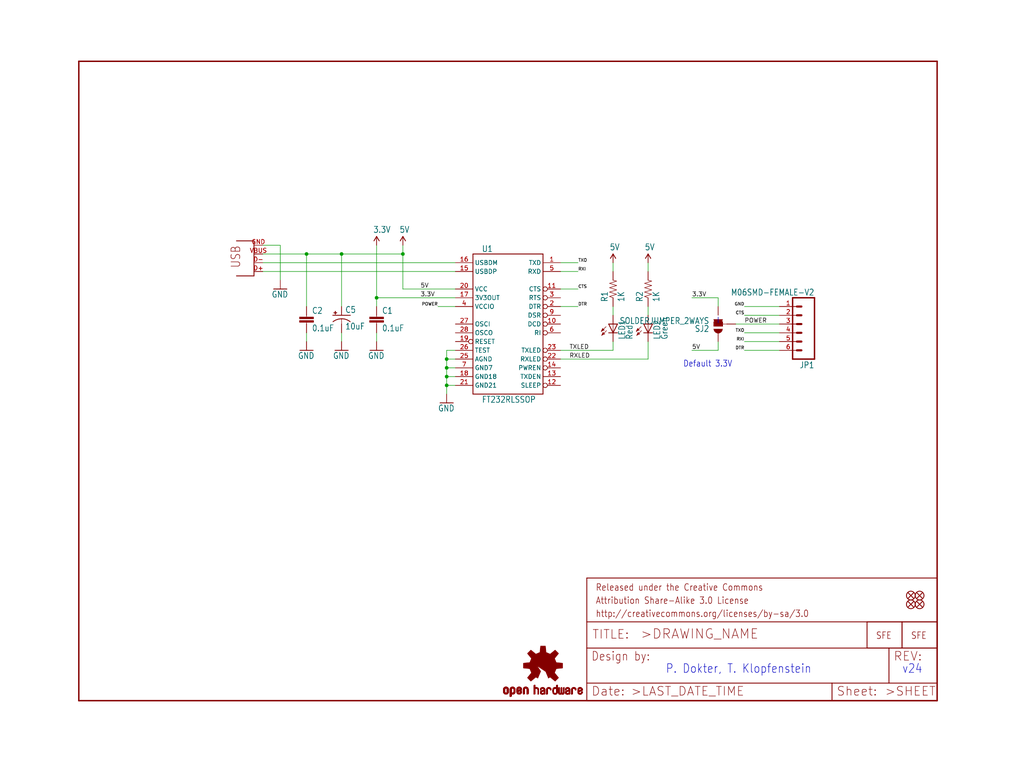
<source format=kicad_sch>
(kicad_sch (version 20211123) (generator eeschema)
  (paper "User" 297.002 223.926)
  (lib_symbols
    (symbol "eagleSchem-eagle-import:5V" (power)
      (property "Value" "5V" (at -1.016 3.556 0))
      (symbol "5V_1_0"
        (pin power_in line (at 0 0 90) (length 2.54) (name "5V") (number "1"))
      )
    )
    (symbol "eagleSchem-eagle-import:CAP0603-CAP"
      (property "Reference" "C" (at 1.524 2.921 0))
      (property "Value" "CAP0603-CAP" (at 1.524 -2.159 0))
      (symbol "CAP0603-CAP_1_0"
        (pin passive line (at 0 5.08 270) (length 2.54) (name "1") (number "1"))
        (pin passive line (at 0 -2.54 90) (length 2.54) (name "2") (number "2"))
      )
    )
    (symbol "eagleSchem-eagle-import:CAP_POL1206"
      (property "Reference" "C" (at 1.016 0.635 0))
      (property "Value" "CAP_POL1206" (at 1.016 -4.191 0))
      (symbol "CAP_POL1206_1_0"
        (pin passive line (at 0 2.54 270) (length 2.54) (name "+") (number "A"))
        (pin passive line (at 0 -5.08 90) (length 2.54) (name "-") (number "C"))
      )
    )
    (symbol "eagleSchem-eagle-import:FIDUCIAL1X2")
    (symbol "eagleSchem-eagle-import:FRAME-LETTER"
      (symbol "FRAME-LETTER_2_0"
        (text ">DRAWING_NAME" (at 15.494 17.78 0) (effects (font (size 2.7432 2.7432)) (justify left bottom)))
        (text ">LAST_DATE_TIME" (at 12.7 1.27 0) (effects (font (size 2.54 2.54)) (justify left bottom)))
        (text ">SHEET" (at 86.36 1.27 0) (effects (font (size 2.54 2.54)) (justify left bottom)))
        (text "Attribution Share-Alike 3.0 License" (at 2.54 27.94 0) (effects (font (size 1.9304 1.6408)) (justify left bottom)))
        (text "Date:" (at 1.27 1.27 0) (effects (font (size 2.54 2.54)) (justify left bottom)))
        (text "Design by:" (at 1.27 11.43 0) (effects (font (size 2.54 2.159)) (justify left bottom)))
        (text "http://creativecommons.org/licenses/by-sa/3.0" (at 2.54 24.13 0) (effects (font (size 1.9304 1.6408)) (justify left bottom)))
        (text "Released under the Creative Commons" (at 2.54 31.75 0) (effects (font (size 1.9304 1.6408)) (justify left bottom)))
        (text "REV:" (at 88.9 11.43 0) (effects (font (size 2.54 2.54)) (justify left bottom)))
        (text "Sheet:" (at 72.39 1.27 0) (effects (font (size 2.54 2.54)) (justify left bottom)))
        (text "TITLE:" (at 1.524 17.78 0) (effects (font (size 2.54 2.54)) (justify left bottom)))
      )
    )
    (symbol "eagleSchem-eagle-import:FT232RLSSOP"
      (property "Reference" "IC" (at -7.62 20.828 0))
      (property "Value" "FT232RLSSOP" (at -7.62 -22.86 0))
      (symbol "FT232RLSSOP_1_0"
        (pin output line (at 15.24 17.78 180) (length 5.08) (name "TXD") (number "1"))
        (pin input inverted (at 15.24 0 180) (length 5.08) (name "DCD") (number "10"))
        (pin input inverted (at 15.24 10.16 180) (length 5.08) (name "CTS") (number "11"))
        (pin input inverted (at 15.24 -17.78 180) (length 5.08) (name "SLEEP") (number "12"))
        (pin input line (at 15.24 -15.24 180) (length 5.08) (name "TXDEN") (number "13"))
        (pin input inverted (at 15.24 -12.7 180) (length 5.08) (name "PWREN") (number "14"))
        (pin bidirectional line (at -15.24 15.24 0) (length 5.08) (name "USBDP") (number "15"))
        (pin bidirectional line (at -15.24 17.78 0) (length 5.08) (name "USBDM") (number "16"))
        (pin output line (at -15.24 7.62 0) (length 5.08) (name "3V3OUT") (number "17"))
        (pin power_in line (at -15.24 -15.24 0) (length 5.08) (name "GND18") (number "18"))
        (pin input inverted (at -15.24 -5.08 0) (length 5.08) (name "RESET") (number "19"))
        (pin output inverted (at 15.24 5.08 180) (length 5.08) (name "DTR") (number "2"))
        (pin power_in line (at -15.24 10.16 0) (length 5.08) (name "VCC") (number "20"))
        (pin power_in line (at -15.24 -17.78 0) (length 5.08) (name "GND21") (number "21"))
        (pin input inverted (at 15.24 -10.16 180) (length 5.08) (name "RXLED") (number "22"))
        (pin input inverted (at 15.24 -7.62 180) (length 5.08) (name "TXLED") (number "23"))
        (pin power_in line (at -15.24 -10.16 0) (length 5.08) (name "AGND") (number "25"))
        (pin input line (at -15.24 -7.62 0) (length 5.08) (name "TEST") (number "26"))
        (pin input line (at -15.24 0 0) (length 5.08) (name "OSCI") (number "27"))
        (pin output line (at -15.24 -2.54 0) (length 5.08) (name "OSCO") (number "28"))
        (pin output inverted (at 15.24 7.62 180) (length 5.08) (name "RTS") (number "3"))
        (pin power_in line (at -15.24 5.08 0) (length 5.08) (name "VCCIO") (number "4"))
        (pin input line (at 15.24 15.24 180) (length 5.08) (name "RXD") (number "5"))
        (pin input inverted (at 15.24 -2.54 180) (length 5.08) (name "RI") (number "6"))
        (pin power_in line (at -15.24 -12.7 0) (length 5.08) (name "GND7") (number "7"))
        (pin input inverted (at 15.24 2.54 180) (length 5.08) (name "DSR") (number "9"))
      )
    )
    (symbol "eagleSchem-eagle-import:GND" (power)
      (property "Value" "GND" (at -2.54 -2.54 0))
      (symbol "GND_1_0"
        (pin power_in line (at 0 2.54 270) (length 2.54) (name "GND") (number "1"))
      )
    )
    (symbol "eagleSchem-eagle-import:LED0603"
      (property "Reference" "LED" (at 3.556 -4.572 90))
      (property "Value" "LED0603" (at 5.715 -4.572 90))
      (symbol "LED0603_1_0"
        (pin passive line (at 0 2.54 270) (length 2.54) (name "A") (number "A"))
        (pin passive line (at 0 -5.08 90) (length 2.54) (name "C") (number "C"))
      )
    )
    (symbol "eagleSchem-eagle-import:LOGO-SFENW2"
      (symbol "LOGO-SFENW2_1_0"
        (text "SFE" (at 0 0 0) (effects (font (size 1.9304 1.6408)) (justify left bottom)))
      )
    )
    (symbol "eagleSchem-eagle-import:LOGO-SFESK"
      (symbol "LOGO-SFESK_1_0"
        (text "SFE" (at 0 0 0) (effects (font (size 1.9304 1.6408)) (justify left bottom)))
      )
    )
    (symbol "eagleSchem-eagle-import:M06SMD-FEMALE-V2"
      (property "Reference" "JP" (at -5.08 10.922 0))
      (property "Value" "M06SMD-FEMALE-V2" (at -5.08 -10.16 0))
      (symbol "M06SMD-FEMALE-V2_1_0"
        (pin passive line (at 5.08 -5.08 180) (length 5.08) (name "1") (number "1"))
        (pin passive line (at 5.08 -2.54 180) (length 5.08) (name "2") (number "2"))
        (pin passive line (at 5.08 0 180) (length 5.08) (name "3") (number "3"))
        (pin passive line (at 5.08 2.54 180) (length 5.08) (name "4") (number "4"))
        (pin passive line (at 5.08 5.08 180) (length 5.08) (name "5") (number "5"))
        (pin passive line (at 5.08 7.62 180) (length 5.08) (name "6") (number "6"))
      )
    )
    (symbol "eagleSchem-eagle-import:OSHW-LOGOS")
    (symbol "eagleSchem-eagle-import:RESISTOR0603-RES"
      (property "Reference" "R" (at -3.81 1.4986 0))
      (property "Value" "RESISTOR0603-RES" (at -3.81 -3.302 0))
      (symbol "RESISTOR0603-RES_1_0"
        (pin passive line (at -5.08 0 0) (length 2.54) (name "1") (number "1"))
        (pin passive line (at 5.08 0 180) (length 2.54) (name "2") (number "2"))
      )
    )
    (symbol "eagleSchem-eagle-import:SOLDERJUMPER_2WAYS"
      (property "Reference" "SJ" (at 2.54 0.381 0))
      (property "Value" "SOLDERJUMPER_2WAYS" (at 2.54 -1.905 0))
      (symbol "SOLDERJUMPER_2WAYS_1_0"
        (pin passive line (at 0 5.08 270) (length 2.54) (name "1") (number "1"))
        (pin passive line (at -5.08 0 0) (length 2.54) (name "2") (number "2"))
        (pin passive line (at 0 -5.08 90) (length 2.54) (name "3") (number "3"))
      )
    )
    (symbol "eagleSchem-eagle-import:USB-SMD-NS"
      (symbol "USB-SMD-NS_1_0"
        (text "USB" (at 3.81 0 900) (effects (font (size 2.54 2.159)) (justify left bottom)))
        (pin bidirectional line (at -2.54 7.62 0) (length 2.54) (name "D+") (number "D+"))
        (pin bidirectional line (at -2.54 5.08 0) (length 2.54) (name "D-") (number "D-"))
        (pin bidirectional line (at -2.54 0 0) (length 2.54) (name "GND") (number "GND"))
        (pin bidirectional line (at -2.54 2.54 0) (length 2.54) (name "VBUS") (number "VBUS"))
      )
    )
    (symbol "eagleSchem-eagle-import:VCC" (power)
      (property "Value" "VCC" (at -1.016 3.556 0))
      (symbol "VCC_1_0"
        (pin power_in line (at 0 0 90) (length 2.54) (name "VCC") (number "1"))
      )
    )
  )
  (junction (at 129.54 109.22))
  (junction (at 109.22 86.36))
  (junction (at 116.84 73.66))
  (junction (at 99.06 73.66))
  (junction (at 129.54 104.14))
  (junction (at 129.54 111.76))
  (junction (at 88.9 73.66))
  (junction (at 129.54 106.68))
  (wire (pts (xy 226.06 99.06) (xy 215.9 99.06)))
  (wire (pts (xy 129.54 109.22) (xy 129.54 106.68)))
  (wire (pts (xy 177.8 88.9) (xy 177.8 91.44)))
  (wire (pts (xy 132.08 86.36) (xy 109.22 86.36)))
  (wire (pts (xy 99.06 88.9) (xy 99.06 73.66)))
  (wire (pts (xy 162.56 88.9) (xy 167.64 88.9)))
  (wire (pts (xy 162.56 83.82) (xy 167.64 83.82)))
  (wire (pts (xy 177.8 76.2) (xy 177.8 78.74)))
  (wire (pts (xy 109.22 71.12) (xy 109.22 86.36)))
  (polyline (pts (xy 208.28 91.948) (xy 208.28 93.98)))
  (wire (pts (xy 162.56 101.6) (xy 177.8 101.6)))
  (wire (pts (xy 88.9 88.9) (xy 88.9 73.66)))
  (wire (pts (xy 116.84 83.82) (xy 132.08 83.82)))
  (wire (pts (xy 187.96 76.2) (xy 187.96 78.74)))
  (wire (pts (xy 116.84 73.66) (xy 116.84 83.82)))
  (wire (pts (xy 226.06 88.9) (xy 215.9 88.9)))
  (wire (pts (xy 208.28 99.06) (xy 208.28 101.6)))
  (wire (pts (xy 129.54 111.76) (xy 129.54 109.22)))
  (wire (pts (xy 162.56 104.14) (xy 187.96 104.14)))
  (wire (pts (xy 129.54 104.14) (xy 132.08 104.14)))
  (wire (pts (xy 76.2 71.12) (xy 81.28 71.12)))
  (wire (pts (xy 99.06 99.06) (xy 99.06 96.52)))
  (wire (pts (xy 132.08 101.6) (xy 129.54 101.6)))
  (wire (pts (xy 132.08 109.22) (xy 129.54 109.22)))
  (wire (pts (xy 76.2 73.66) (xy 88.9 73.66)))
  (wire (pts (xy 129.54 101.6) (xy 129.54 104.14)))
  (wire (pts (xy 127 88.9) (xy 132.08 88.9)))
  (wire (pts (xy 162.56 76.2) (xy 167.64 76.2)))
  (wire (pts (xy 208.28 101.6) (xy 200.66 101.6)))
  (wire (pts (xy 226.06 101.6) (xy 215.9 101.6)))
  (wire (pts (xy 81.28 71.12) (xy 81.28 81.28)))
  (wire (pts (xy 177.8 101.6) (xy 177.8 99.06)))
  (wire (pts (xy 129.54 104.14) (xy 129.54 106.68)))
  (wire (pts (xy 208.28 86.36) (xy 200.66 86.36)))
  (wire (pts (xy 116.84 71.12) (xy 116.84 73.66)))
  (wire (pts (xy 109.22 86.36) (xy 109.22 88.9)))
  (wire (pts (xy 132.08 111.76) (xy 129.54 111.76)))
  (wire (pts (xy 208.28 88.9) (xy 208.28 86.36)))
  (wire (pts (xy 88.9 73.66) (xy 99.06 73.66)))
  (wire (pts (xy 226.06 96.52) (xy 215.9 96.52)))
  (wire (pts (xy 99.06 73.66) (xy 116.84 73.66)))
  (wire (pts (xy 132.08 76.2) (xy 76.2 76.2)))
  (wire (pts (xy 109.22 96.52) (xy 109.22 99.06)))
  (wire (pts (xy 162.56 78.74) (xy 167.64 78.74)))
  (wire (pts (xy 132.08 78.74) (xy 76.2 78.74)))
  (wire (pts (xy 88.9 96.52) (xy 88.9 99.06)))
  (wire (pts (xy 226.06 91.44) (xy 215.9 91.44)))
  (wire (pts (xy 187.96 88.9) (xy 187.96 91.44)))
  (wire (pts (xy 129.54 106.68) (xy 132.08 106.68)))
  (wire (pts (xy 226.06 93.98) (xy 213.36 93.98)))
  (wire (pts (xy 129.54 114.3) (xy 129.54 111.76)))
  (wire (pts (xy 187.96 104.14) (xy 187.96 99.06)))
  (text "v24" (at 261.62 195.58 180) (effects (font (size 2.54 2.159)) (justify left bottom)))
  (text "P. Dokter, T. Klopfenstein" (at 193.04 195.58 180) (effects (font (size 2.54 2.159)) (justify left bottom)))
  (text "Default 3.3V" (at 198.12 106.68 180) (effects (font (size 1.778 1.5113)) (justify left bottom)))
  (label "TXO" (at 215.9 96.52 180) (effects (font (size 0.889 0.889))))
  (label "GND" (at 215.9 88.9 180) (effects (font (size 0.889 0.889))))
  (label "POWER" (at 215.9 93.98 0) (effects (font (size 1.2446 1.2446))))
  (label "DTR" (at 215.9 101.6 180) (effects (font (size 0.889 0.889))))
  (label "CTS" (at 215.9 91.44 180) (effects (font (size 0.889 0.889))))
  (label "TXLED" (at 165.1 101.6 0) (effects (font (size 1.2446 1.2446))))
  (label "POWER" (at 127 88.9 180) (effects (font (size 0.889 0.889))))
  (label "5V" (at 121.92 83.82 0) (effects (font (size 1.2446 1.2446))))
  (label "CTS" (at 167.64 83.82 0) (effects (font (size 0.889 0.889))))
  (label "RXLED" (at 165.1 104.14 0) (effects (font (size 1.2446 1.2446))))
  (label "3.3V" (at 200.66 86.36 0) (effects (font (size 1.2446 1.2446))))
  (label "3.3V" (at 121.92 86.36 0) (effects (font (size 1.2446 1.2446))))
  (label "DTR" (at 167.64 88.9 0) (effects (font (size 0.889 0.889))))
  (label "TXO" (at 167.64 76.2 0) (effects (font (size 0.889 0.889))))
  (label "RXI" (at 215.9 99.06 180) (effects (font (size 0.889 0.889))))
  (label "5V" (at 200.66 101.6 0) (effects (font (size 1.2446 1.2446))))
  (label "RXI" (at 167.64 78.74 0) (effects (font (size 0.889 0.889))))
  (symbol (lib_id "eagleSchem-eagle-import:GND") (at 129.54 116.84 0) (unit 1)
    (property "Reference" "#GND2" (effects hide))
    (property "Value" "GND" (at 127 119.38 0) (effects (font (size 1.778 1.5113)) (justify left bottom)))
    (property "Footprint" "eagleSchem:" (effects hide))
  )
  (symbol (lib_id "eagleSchem-eagle-import:VCC") (at 109.22 71.12 0) (unit 1)
    (property "Reference" "#P+1" (effects hide))
    (property "Value" "3.3V" (at 108.204 67.564 0) (effects (font (size 1.778 1.5113)) (justify left bottom)))
    (property "Footprint" "eagleSchem:" (effects hide))
  )
  (symbol (lib_id "eagleSchem-eagle-import:FRAME-LETTER") (at 170.18 203.2 0) (unit 2)
    (property "Reference" "FRAME1" (effects hide))
    (property "Value" "FRAME-LETTER" (effects hide))
    (property "Footprint" "eagleSchem:CREATIVE_COMMONS" (effects hide))
  )
  (symbol (lib_id "eagleSchem-eagle-import:FIDUCIAL1X2") (at 264.16 175.26 0) (unit 1)
    (property "Reference" "JP5" (effects hide))
    (property "Value" "FIDUCIAL1X2" (effects hide))
    (property "Footprint" "eagleSchem:FIDUCIAL-1X2" (effects hide))
  )
  (symbol (lib_id "eagleSchem-eagle-import:CAP0603-CAP") (at 109.22 93.98 0) (unit 1)
    (property "Reference" "C1" (at 110.744 91.059 0) (effects (font (size 1.778 1.5113)) (justify left bottom)))
    (property "Value" "0.1uF" (at 110.744 96.139 0) (effects (font (size 1.778 1.5113)) (justify left bottom)))
    (property "Footprint" "eagleSchem:0603-CAP" (effects hide))
  )
  (symbol (lib_id "eagleSchem-eagle-import:LOGO-SFENW2") (at 264.16 185.42 0) (unit 1)
    (property "Reference" "U$2" (effects hide))
    (property "Value" "LOGO-SFENW2" (effects hide))
    (property "Footprint" "eagleSchem:SFE-NEW-WEB" (effects hide))
  )
  (symbol (lib_id "eagleSchem-eagle-import:GND") (at 99.06 101.6 0) (unit 1)
    (property "Reference" "#GND8" (effects hide))
    (property "Value" "GND" (at 96.52 104.14 0) (effects (font (size 1.778 1.5113)) (justify left bottom)))
    (property "Footprint" "eagleSchem:" (effects hide))
  )
  (symbol (lib_id "eagleSchem-eagle-import:GND") (at 81.28 83.82 0) (unit 1)
    (property "Reference" "#GND5" (effects hide))
    (property "Value" "GND" (at 78.74 86.36 0) (effects (font (size 1.778 1.5113)) (justify left bottom)))
    (property "Footprint" "eagleSchem:" (effects hide))
  )
  (symbol (lib_id "eagleSchem-eagle-import:CAP_POL1206") (at 99.06 91.44 0) (unit 1)
    (property "Reference" "C5" (at 100.076 90.805 0) (effects (font (size 1.778 1.5113)) (justify left bottom)))
    (property "Value" "10uF" (at 100.076 95.631 0) (effects (font (size 1.778 1.5113)) (justify left bottom)))
    (property "Footprint" "eagleSchem:EIA3216" (effects hide))
  )
  (symbol (lib_id "eagleSchem-eagle-import:LED0603") (at 187.96 93.98 0) (unit 1)
    (property "Reference" "LED2" (at 191.516 98.552 90) (effects (font (size 1.778 1.5113)) (justify left bottom)))
    (property "Value" "Green" (at 193.675 98.552 90) (effects (font (size 1.778 1.5113)) (justify left bottom)))
    (property "Footprint" "eagleSchem:LED-0603" (effects hide))
  )
  (symbol (lib_id "eagleSchem-eagle-import:GND") (at 109.22 101.6 0) (unit 1)
    (property "Reference" "#GND1" (effects hide))
    (property "Value" "GND" (at 106.68 104.14 0) (effects (font (size 1.778 1.5113)) (justify left bottom)))
    (property "Footprint" "eagleSchem:" (effects hide))
  )
  (symbol (lib_id "eagleSchem-eagle-import:USB-SMD-NS") (at 73.66 71.12 180) (unit 1)
    (property "Reference" "X2" (effects hide))
    (property "Value" "USB-SMD-NS" (effects hide))
    (property "Footprint" "eagleSchem:USB-MINIB-NOSTOP" (effects hide))
  )
  (symbol (lib_id "eagleSchem-eagle-import:FT232RLSSOP") (at 147.32 93.98 0) (unit 1)
    (property "Reference" "U1" (at 139.7 73.152 0) (effects (font (size 1.778 1.5113)) (justify left bottom)))
    (property "Value" "FT232RLSSOP" (at 139.7 116.84 0) (effects (font (size 1.778 1.5113)) (justify left bottom)))
    (property "Footprint" "eagleSchem:SSOP28DB" (effects hide))
  )
  (symbol (lib_id "eagleSchem-eagle-import:5V") (at 187.96 76.2 0) (unit 1)
    (property "Reference" "#U$4" (effects hide))
    (property "Value" "5V" (at 186.944 72.644 0) (effects (font (size 1.778 1.5113)) (justify left bottom)))
    (property "Footprint" "eagleSchem:" (effects hide))
  )
  (symbol (lib_id "eagleSchem-eagle-import:RESISTOR0603-RES") (at 187.96 83.82 90) (unit 1)
    (property "Reference" "R2" (at 186.4614 87.63 0) (effects (font (size 1.778 1.5113)) (justify left bottom)))
    (property "Value" "1K" (at 191.262 87.63 0) (effects (font (size 1.778 1.5113)) (justify left bottom)))
    (property "Footprint" "eagleSchem:0603-RES" (effects hide))
  )
  (symbol (lib_id "eagleSchem-eagle-import:M06SMD-FEMALE-V2") (at 231.14 93.98 180) (unit 1)
    (property "Reference" "JP1" (at 236.22 104.902 0) (effects (font (size 1.778 1.5113)) (justify left bottom)))
    (property "Value" "M06SMD-FEMALE-V2" (at 236.22 83.82 0) (effects (font (size 1.778 1.5113)) (justify left bottom)))
    (property "Footprint" "eagleSchem:1X06-SMD-FEMALE-V2" (effects hide))
  )
  (symbol (lib_id "eagleSchem-eagle-import:FIDUCIAL1X2") (at 266.7 175.26 0) (unit 1)
    (property "Reference" "JP6" (effects hide))
    (property "Value" "FIDUCIAL1X2" (effects hide))
    (property "Footprint" "eagleSchem:FIDUCIAL-1X2" (effects hide))
  )
  (symbol (lib_id "eagleSchem-eagle-import:RESISTOR0603-RES") (at 177.8 83.82 90) (unit 1)
    (property "Reference" "R1" (at 176.3014 87.63 0) (effects (font (size 1.778 1.5113)) (justify left bottom)))
    (property "Value" "1K" (at 181.102 87.63 0) (effects (font (size 1.778 1.5113)) (justify left bottom)))
    (property "Footprint" "eagleSchem:0603-RES" (effects hide))
  )
  (symbol (lib_id "eagleSchem-eagle-import:5V") (at 116.84 71.12 0) (unit 1)
    (property "Reference" "#U$3" (effects hide))
    (property "Value" "5V" (at 115.824 67.564 0) (effects (font (size 1.778 1.5113)) (justify left bottom)))
    (property "Footprint" "eagleSchem:" (effects hide))
  )
  (symbol (lib_id "eagleSchem-eagle-import:GND") (at 88.9 101.6 0) (unit 1)
    (property "Reference" "#GND7" (effects hide))
    (property "Value" "GND" (at 86.36 104.14 0) (effects (font (size 1.778 1.5113)) (justify left bottom)))
    (property "Footprint" "eagleSchem:" (effects hide))
  )
  (symbol (lib_id "eagleSchem-eagle-import:FIDUCIAL1X2") (at 264.16 172.72 0) (unit 1)
    (property "Reference" "JP3" (effects hide))
    (property "Value" "FIDUCIAL1X2" (effects hide))
    (property "Footprint" "eagleSchem:FIDUCIAL-1X2" (effects hide))
  )
  (symbol (lib_id "eagleSchem-eagle-import:CAP0603-CAP") (at 88.9 93.98 0) (unit 1)
    (property "Reference" "C2" (at 90.424 91.059 0) (effects (font (size 1.778 1.5113)) (justify left bottom)))
    (property "Value" "0.1uF" (at 90.424 96.139 0) (effects (font (size 1.778 1.5113)) (justify left bottom)))
    (property "Footprint" "eagleSchem:0603-CAP" (effects hide))
  )
  (symbol (lib_id "eagleSchem-eagle-import:FIDUCIAL1X2") (at 266.7 172.72 0) (unit 1)
    (property "Reference" "JP4" (effects hide))
    (property "Value" "FIDUCIAL1X2" (effects hide))
    (property "Footprint" "eagleSchem:FIDUCIAL-1X2" (effects hide))
  )
  (symbol (lib_id "eagleSchem-eagle-import:SOLDERJUMPER_2WAYS") (at 208.28 93.98 180) (unit 1)
    (property "Reference" "SJ2" (at 205.74 94.361 0) (effects (font (size 1.778 1.5113)) (justify left bottom)))
    (property "Value" "SOLDERJUMPER_2WAYS" (at 205.74 92.075 0) (effects (font (size 1.778 1.5113)) (justify left bottom)))
    (property "Footprint" "eagleSchem:SJ_3" (effects hide))
  )
  (symbol (lib_id "eagleSchem-eagle-import:FRAME-LETTER") (at 22.86 203.2 0) (unit 1)
    (property "Reference" "FRAME1" (effects hide))
    (property "Value" "FRAME-LETTER" (effects hide))
    (property "Footprint" "eagleSchem:CREATIVE_COMMONS" (effects hide))
  )
  (symbol (lib_id "eagleSchem-eagle-import:5V") (at 177.8 76.2 0) (unit 1)
    (property "Reference" "#U$1" (effects hide))
    (property "Value" "5V" (at 176.784 72.644 0) (effects (font (size 1.778 1.5113)) (justify left bottom)))
    (property "Footprint" "eagleSchem:" (effects hide))
  )
  (symbol (lib_id "eagleSchem-eagle-import:OSHW-LOGOS") (at 157.48 193.04 0) (unit 1)
    (property "Reference" "LOGO1" (effects hide))
    (property "Value" "OSHW-LOGOS" (effects hide))
    (property "Footprint" "eagleSchem:OSHW-LOGO-S" (effects hide))
  )
  (symbol (lib_id "eagleSchem-eagle-import:LED0603") (at 177.8 93.98 0) (unit 1)
    (property "Reference" "LED1" (at 181.356 98.552 90) (effects (font (size 1.778 1.5113)) (justify left bottom)))
    (property "Value" "Red" (at 183.515 98.552 90) (effects (font (size 1.778 1.5113)) (justify left bottom)))
    (property "Footprint" "eagleSchem:LED-0603" (effects hide))
  )
  (symbol (lib_id "eagleSchem-eagle-import:LOGO-SFESK") (at 254 185.42 0) (unit 1)
    (property "Reference" "JP2" (effects hide))
    (property "Value" "LOGO-SFESK" (effects hide))
    (property "Footprint" "eagleSchem:SFE-LOGO-FLAME" (effects hide))
  )
)
</source>
